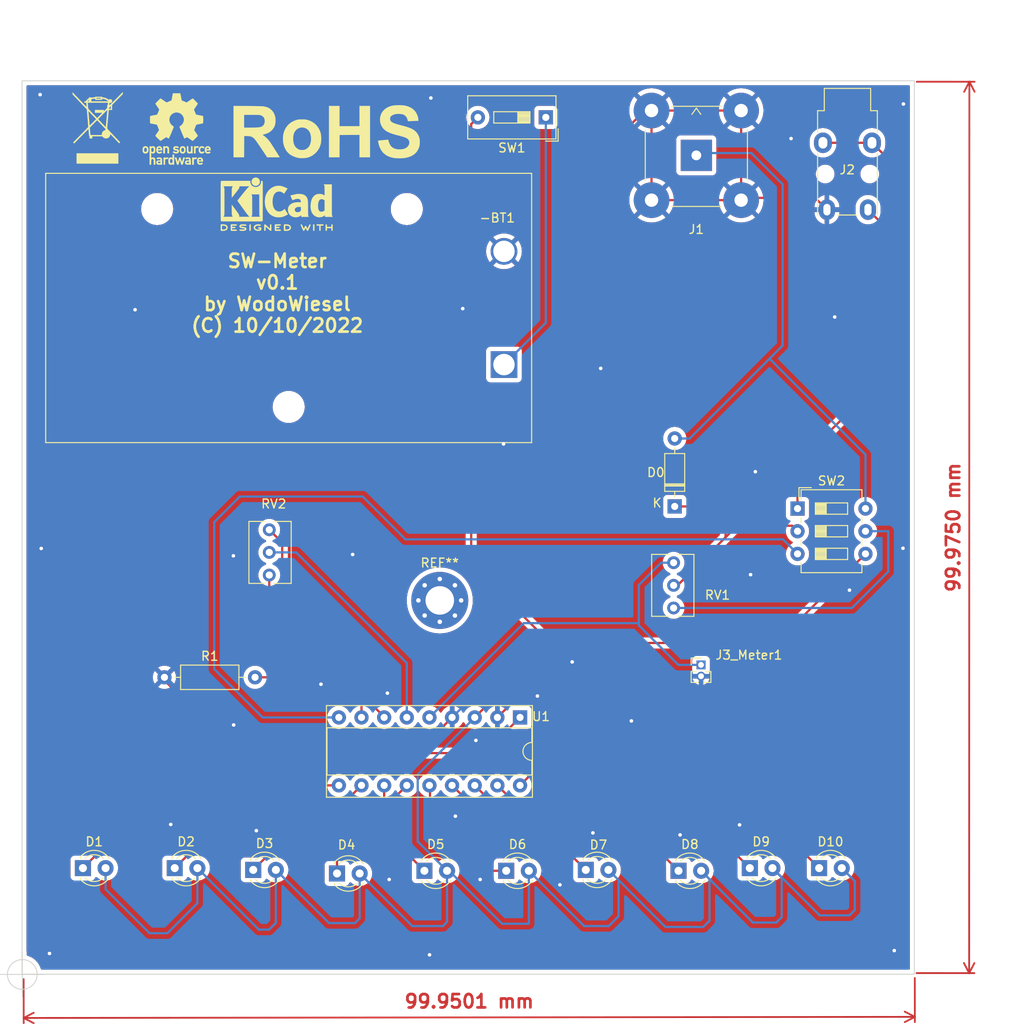
<source format=kicad_pcb>
(kicad_pcb (version 20211014) (generator pcbnew)
  (title_block (title "SW-Meter") (date "2022-10-08") (rev "0.2") (company "(C) WodoWiesel") (comment 1 "SW-Meter"))
  (layers (0 "F.Cu" signal) (31 "B.Cu" signal) (34 "B.Paste" user) (35 "F.Paste" user) (36 "B.SilkS" user "B.Silkscreen") (37 "F.SilkS" user "F.Silkscreen") (38 "B.Mask" user) (39 "F.Mask" user) (44 "Edge.Cuts" user))
  (net 0 "")
  (net 1 "+9V")
  (net 2 "GND")
  (net 3 "Net-(D0-Pad1)")
  (net 4 "Net-(D2-Pad1)")
  (net 5 "Net-(D1-Pad1)")
  (net 6 "Net-(D3-Pad1)")
  (net 7 "Net-(D6-Pad1)")
  (net 8 "Net-(D7-Pad1)")
  (net 9 "Net-(D4-Pad1)")
  (net 10 "Net-(D5-Pad1)")
  (net 11 "Net-(D8-Pad1)")
  (net 12 "Net-(D9-Pad1)")
  (net 13 "Net-(D10-Pad1)")
  (net 14 "Net-(J3_Meter1-Pad1)")
  (net 15 "Net-(R1-Pad2)")
  (net 16 "Net-(RV1-Pad1)")
  (net 17 "Net-(RV2-Pad1)")
  (net 18 "Net-(RV2-Pad2)")
  (net 19 "Net-(SW2-Pad3)")
  (net 20 "Net-(D0-Pad2)")
  (net 21 "Net-(D1-Pad2)")
  (net 22 "Net-(J2-PadR)")
  (footprint "Battery:BatteryHolder_Eagle_12BH611-GR" (layer "F.Cu") (at 152.45 70.825)
    (fp_text reference "-BT1" (at -0.75 -16.45) (layer "F.SilkS"))
    (fp_text value "Battery_Cell")
    (pad "" np_thru_hole circle (at -10.9 -17.45) (size 2.6 2.6) (drill 2.6) (layers F&B.Cu))
    (pad "" np_thru_hole circle (at -38.9 -17.45) (size 2.6 2.6) (drill 2.6) (layers F&B.Cu))
    (pad "" np_thru_hole circle (at -24.15 4.75) (size 2.6 2.6) (drill 2.6) (layers F&B.Cu))
    (pad "1" thru_hole rect (at 0 0) (size 3 3) (drill 2.4) (layers *.Cu *.Mask) (net 1 "+9V"))
    (pad "2" thru_hole circle (at 0 -12.7) (size 3 3) (drill 2.4) (layers *.Cu *.Mask) (net 2 "GND"))
  )
  (footprint "LED_THT:LED_D3.0mm_Clear" (layer "F.Cu") (at 133.725 127.9)
    (fp_text reference "D4" (at 1.075 -3.2) (layer "F.SilkS"))
    (fp_text value "LED")
    (pad "1" thru_hole rect (at 0 0) (size 1.8 1.8) (drill 0.9) (layers *.Cu *.Mask) (net 9 "Net-(D4-Pad1)"))
    (pad "2" thru_hole circle (at 2.54 0) (size 1.8 1.8) (drill 0.9) (layers *.Cu *.Mask) (net 21 "Net-(D1-Pad2)"))
  )
  (footprint "Potentiometer_THT:Potentiometer_Bourns_3266Y_Vertical" (layer "F.Cu") (at 171.475 98.125 -90)
    (fp_text reference "RV1" (at -1.45 -4.925) (layer "F.SilkS"))
    (fp_text value "R_Potentiometer_Trim")
    (pad "1" thru_hole circle (at 0 0 270) (size 1.44 1.44) (drill 0.8) (layers *.Cu *.Mask) (net 16 "Net-(RV1-Pad1)"))
    (pad "2" thru_hole circle (at -2.54 0 270) (size 1.44 1.44) (drill 0.8) (layers *.Cu *.Mask) (net 3 "Net-(D0-Pad1)"))
    (pad "3" thru_hole circle (at -5.08 0 270) (size 1.44 1.44) (drill 0.8) (layers *.Cu *.Mask) (net 14 "Net-(J3_Meter1-Pad1)"))
  )
  (footprint "Connector_Audio:Jack_3.5mm_Lumberg_1503_07_Horizontal" (layer "F.Cu") (at 188.225 45.95)
    (fp_text reference "J2" (at 2.725 3.025 unlocked) (layer "F.SilkS"))
    (fp_text value "3.5mm AudioPlug")
    (pad "" np_thru_hole circle (at 5.25 3.5) (size 1.1 1.1) (drill 1.1) (layers F&B.Cu *.Mask))
    (pad "" np_thru_hole circle (at 0.25 3.5) (size 1.1 1.1) (drill 1.1) (layers F&B.Cu *.Mask))
    (pad "R" thru_hole oval (at 5.05 7.5) (size 1.8 2.3) (drill oval 0.8 1.3) (layers *.Cu *.Mask) (net 22 "Net-(J2-PadR)"))
    (pad "S" thru_hole oval (at 0.45 7.5) (size 1.8 2.3) (drill oval 0.8 1.3) (layers *.Cu *.Mask) (net 2 "GND"))
    (pad "T" thru_hole oval (at 0 0) (size 2 2.3) (drill oval 1 1.3) (layers *.Cu *.Mask) (net 22 "Net-(J2-PadR)"))
    (pad "T" thru_hole oval (at 5.5 0) (size 2 2.3) (drill oval 1 1.3) (layers *.Cu *.Mask) (net 22 "Net-(J2-PadR)"))
  )
  (footprint "Symbol:WEEE-Logo_5.6x8mm_SilkScreen" (layer "F.Cu") (at 106.875 44.275)
    (fp_text reference "REF**" hide)
    (fp_text value "WEEE-Logo_5.6x8mm_SilkScreen" hide)
  )
  (footprint "Diode_THT:D_DO-35_SOD27_P7.62mm_Horizontal" (layer "F.Cu") (at 171.6 86.735 90)
    (fp_text reference "D0" (at 3.81 -2.12 180) (layer "F.SilkS"))
    (fp_text value "1N914")
    (fp_text user "K" (at 0.385 -1.975 180) (layer "F.SilkS"))
    (pad "1" thru_hole rect (at 0 0 90) (size 1.6 1.6) (drill 0.8) (layers *.Cu *.Mask) (net 3 "Net-(D0-Pad1)"))
    (pad "2" thru_hole oval (at 7.62 0 90) (size 1.6 1.6) (drill 0.8) (layers *.Cu *.Mask) (net 20 "Net-(D0-Pad2)"))
  )
  (footprint "LED_THT:LED_D3.0mm_Clear" (layer "F.Cu") (at 187.8 127.3)
    (fp_text reference "D10" (at 1.27 -2.96) (layer "F.SilkS"))
    (fp_text value "red")
    (pad "1" thru_hole rect (at 0 0) (size 1.8 1.8) (drill 0.9) (layers *.Cu *.Mask) (net 13 "Net-(D10-Pad1)"))
    (pad "2" thru_hole circle (at 2.54 0) (size 1.8 1.8) (drill 0.9) (layers *.Cu *.Mask) (net 21 "Net-(D1-Pad2)"))
  )
  (footprint "Button_Switch_THT:SW_DIP_SPSTx01_Slide_9.78x4.72mm_W7.62mm_P2.54mm" (layer "F.Cu") (at 157.1425 43.1 180)
    (fp_text reference "SW1" (at 3.81 -3.42) (layer "F.SilkS"))
    (fp_text value "SW_DIP_x01")
    (pad "1" thru_hole rect (at 0 0 180) (size 1.6 1.6) (drill 0.8) (layers *.Cu *.Mask) (net 1 "+9V"))
    (pad "2" thru_hole oval (at 7.62 0 180) (size 1.6 1.6) (drill 0.8) (layers *.Cu *.Mask) (net 21 "Net-(D1-Pad2)"))
  )
  (footprint "Symbol:KiCad-Logo2_5mm_SilkScreen" (layer "F.Cu") (at 126.95 52.825)
    (fp_text reference "REF**" hide)
    (fp_text value "KiCad-Logo2_5mm_SilkScreen" hide)
  )
  (footprint "LED_THT:LED_D3.0mm_Clear" (layer "F.Cu") (at 105.225 127.3)
    (fp_text reference "D1" (at 1.27 -2.96) (layer "F.SilkS"))
    (fp_text value "LED")
    (pad "1" thru_hole rect (at 0 0) (size 1.8 1.8) (drill 0.9) (layers *.Cu *.Mask) (net 5 "Net-(D1-Pad1)"))
    (pad "2" thru_hole circle (at 2.54 0) (size 1.8 1.8) (drill 0.9) (layers *.Cu *.Mask) (net 21 "Net-(D1-Pad2)"))
  )
  (footprint "LED_THT:LED_D3.0mm_Clear" (layer "F.Cu") (at 180.025 127.3)
    (fp_text reference "D9" (at 1.27 -2.96) (layer "F.SilkS"))
    (fp_text value "LED")
    (pad "1" thru_hole rect (at 0 0) (size 1.8 1.8) (drill 0.9) (layers *.Cu *.Mask) (net 12 "Net-(D9-Pad1)"))
    (pad "2" thru_hole circle (at 2.54 0) (size 1.8 1.8) (drill 0.9) (layers *.Cu *.Mask) (net 21 "Net-(D1-Pad2)"))
  )
  (footprint "LED_THT:LED_D3.0mm_Clear" (layer "F.Cu") (at 143.525 127.6)
    (fp_text reference "D5" (at 1.27 -2.96) (layer "F.SilkS"))
    (fp_text value "LED")
    (pad "1" thru_hole rect (at 0 0) (size 1.8 1.8) (drill 0.9) (layers *.Cu *.Mask) (net 10 "Net-(D5-Pad1)"))
    (pad "2" thru_hole circle (at 2.54 0) (size 1.8 1.8) (drill 0.9) (layers *.Cu *.Mask) (net 21 "Net-(D1-Pad2)"))
  )
  (footprint "Button_Switch_THT:SW_DIP_SPSTx03_Slide_6.7x9.18mm_W7.62mm_P2.54mm_LowProfile" (layer "F.Cu") (at 185.375 86.975)
    (fp_text reference "SW2" (at 3.81 -3.11) (layer "F.SilkS"))
    (fp_text value "SW_DIP_x03")
    (pad "1" thru_hole rect (at 0 0) (size 1.6 1.6) (drill 0.8) (layers *.Cu *.Mask) (net 22 "Net-(J2-PadR)"))
    (pad "2" thru_hole oval (at 0 2.54) (size 1.6 1.6) (drill 0.8) (layers *.Cu *.Mask) (net 3 "Net-(D0-Pad1)"))
    (pad "3" thru_hole oval (at 0 5.08) (size 1.6 1.6) (drill 0.8) (layers *.Cu *.Mask) (net 19 "Net-(SW2-Pad3)"))
    (pad "4" thru_hole oval (at 7.62 5.08) (size 1.6 1.6) (drill 0.8) (layers *.Cu *.Mask) (net 21 "Net-(D1-Pad2)"))
    (pad "5" thru_hole oval (at 7.62 2.54) (size 1.6 1.6) (drill 0.8) (layers *.Cu *.Mask) (net 16 "Net-(RV1-Pad1)"))
    (pad "6" thru_hole oval (at 7.62 0) (size 1.6 1.6) (drill 0.8) (layers *.Cu *.Mask) (net 20 "Net-(D0-Pad2)"))
  )
  (footprint "LED_THT:LED_D3.0mm_Clear" (layer "F.Cu") (at 161.625 127.5)
    (fp_text reference "D7" (at 1.425 -2.8) (layer "F.SilkS"))
    (fp_text value "LED")
    (pad "1" thru_hole rect (at 0 0) (size 1.8 1.8) (drill 0.9) (layers *.Cu *.Mask) (net 8 "Net-(D7-Pad1)"))
    (pad "2" thru_hole circle (at 2.54 0) (size 1.8 1.8) (drill 0.9) (layers *.Cu *.Mask) (net 21 "Net-(D1-Pad2)"))
  )
  (footprint "Connector_PinHeader_1.27mm:PinHeader_1x02_P1.27mm_Vertical" (layer "F.Cu") (at 174.55 104.505)
    (fp_text reference "J3_Meter1" (at 5.375 -1.105) (layer "F.SilkS"))
    (fp_text value "Conn_01x02_Male")
    (pad "1" thru_hole rect (at 0 0) (size 1 1) (drill 0.65) (layers *.Cu *.Mask) (net 14 "Net-(J3_Meter1-Pad1)"))
    (pad "2" thru_hole oval (at 0 1.27) (size 1 1) (drill 0.65) (layers *.Cu *.Mask) (net 2 "GND"))
  )
  (footprint "MountingHole:MountingHole_3.2mm_M3_Pad_Via" (layer "F.Cu") (at 145.25 97.275)
    (fp_text reference "REF**" (at 0 -4.2) (layer "F.SilkS"))
    (fp_text value "MountingHole_3.2mm_M3_Pad_Via")
    (pad "1" thru_hole circle (at -2.4 0) (size 0.8 0.8) (drill 0.5) (layers *.Cu *.Mask))
    (pad "1" thru_hole circle (at 1.697056 1.697056) (size 0.8 0.8) (drill 0.5) (layers *.Cu *.Mask))
    (pad "1" thru_hole circle (at 2.4 0) (size 0.8 0.8) (drill 0.5) (layers *.Cu *.Mask))
    (pad "1" thru_hole circle (at 1.697056 -1.697056) (size 0.8 0.8) (drill 0.5) (layers *.Cu *.Mask))
    (pad "1" thru_hole circle (at 0 0) (size 6.4 6.4) (drill 3.2) (layers *.Cu *.Mask))
    (pad "1" thru_hole circle (at -1.697056 -1.697056) (size 0.8 0.8) (drill 0.5) (layers *.Cu *.Mask))
    (pad "1" thru_hole circle (at 0 -2.4) (size 0.8 0.8) (drill 0.5) (layers *.Cu *.Mask))
    (pad "1" thru_hole circle (at -1.697056 1.697056) (size 0.8 0.8) (drill 0.5) (layers *.Cu *.Mask))
    (pad "1" thru_hole circle (at 0 2.4) (size 0.8 0.8) (drill 0.5) (layers *.Cu *.Mask))
  )
  (footprint "Resistor_THT:R_Axial_DIN0207_L6.3mm_D2.5mm_P10.16mm_Horizontal" (layer "F.Cu") (at 114.37 105.9)
    (fp_text reference "R1" (at 5.08 -2.37) (layer "F.SilkS"))
    (fp_text value "1K")
    (pad "1" thru_hole circle (at 0 0) (size 1.6 1.6) (drill 0.8) (layers *.Cu *.Mask) (net 2 "GND"))
    (pad "2" thru_hole oval (at 10.16 0) (size 1.6 1.6) (drill 0.8) (layers *.Cu *.Mask) (net 15 "Net-(R1-Pad2)"))
  )
  (footprint "Package_DIP:DIP-18_W7.62mm_Socket" (layer "F.Cu") (at 154.25 110.4 -90)
    (fp_text reference "U1" (at -0.1 -2.35 180) (layer "F.SilkS"))
    (fp_text value "LM3914N")
    (pad "1" thru_hole rect (at 0 0 270) (size 1.6 1.6) (drill 0.8) (layers *.Cu *.Mask) (net 5 "Net-(D1-Pad1)"))
    (pad "2" thru_hole oval (at 0 2.54 270) (size 1.6 1.6) (drill 0.8) (layers *.Cu *.Mask) (net 2 "GND"))
    (pad "3" thru_hole oval (at 0 5.08 270) (size 1.6 1.6) (drill 0.8) (layers *.Cu *.Mask) (net 21 "Net-(D1-Pad2)"))
    (pad "4" thru_hole oval (at 0 7.62 270) (size 1.6 1.6) (drill 0.8) (layers *.Cu *.Mask) (net 2 "GND"))
    (pad "5" thru_hole oval (at 0 10.16 270) (size 1.6 1.6) (drill 0.8) (layers *.Cu *.Mask) (net 14 "Net-(J3_Meter1-Pad1)"))
    (pad "6" thru_hole oval (at 0 12.7 270) (size 1.6 1.6) (drill 0.8) (layers *.Cu *.Mask) (net 18 "Net-(RV2-Pad2)"))
    (pad "7" thru_hole oval (at 0 15.24 270) (size 1.6 1.6) (drill 0.8) (layers *.Cu *.Mask) (net 17 "Net-(RV2-Pad1)"))
    (pad "8" thru_hole oval (at 0 17.78 270) (size 1.6 1.6) (drill 0.8) (layers *.Cu *.Mask) (net 15 "Net-(R1-Pad2)"))
    (pad "9" thru_hole oval (at 0 20.32 270) (size 1.6 1.6) (drill 0.8) (layers *.Cu *.Mask) (net 19 "Net-(SW2-Pad3)"))
    (pad "10" thru_hole oval (at 7.62 20.32 270) (size 1.6 1.6) (drill 0.8) (layers *.Cu *.Mask) (net 4 "Net-(D2-Pad1)"))
    (pad "11" thru_hole oval (at 7.62 17.78 270) (size 1.6 1.6) (drill 0.8) (layers *.Cu *.Mask) (net 6 "Net-(D3-Pad1)"))
    (pad "12" thru_hole oval (at 7.62 15.24 270) (size 1.6 1.6) (drill 0.8) (layers *.Cu *.Mask) (net 9 "Net-(D4-Pad1)"))
    (pad "13" thru_hole oval (at 7.62 12.7 270) (size 1.6 1.6) (drill 0.8) (layers *.Cu *.Mask) (net 10 "Net-(D5-Pad1)"))
    (pad "14" thru_hole oval (at 7.62 10.16 270) (size 1.6 1.6) (drill 0.8) (layers *.Cu *.Mask) (net 7 "Net-(D6-Pad1)"))
    (pad "15" thru_hole oval (at 7.62 7.62 270) (size 1.6 1.6) (drill 0.8) (layers *.Cu *.Mask) (net 8 "Net-(D7-Pad1)"))
    (pad "16" thru_hole oval (at 7.62 5.08 270) (size 1.6 1.6) (drill 0.8) (layers *.Cu *.Mask) (net 11 "Net-(D8-Pad1)"))
    (pad "17" thru_hole oval (at 7.62 2.54 270) (size 1.6 1.6) (drill 0.8) (layers *.Cu *.Mask) (net 12 "Net-(D9-Pad1)"))
    (pad "18" thru_hole oval (at 7.62 0 270) (size 1.6 1.6) (drill 0.8) (layers *.Cu *.Mask) (net 13 "Net-(D10-Pad1)"))
  )
  (footprint "LED_THT:LED_D3.0mm_Clear" (layer "F.Cu") (at 115.525 127.3)
    (fp_text reference "D2" (at 1.27 -2.96) (layer "F.SilkS"))
    (fp_text value "LED")
    (pad "1" thru_hole rect (at 0 0) (size 1.8 1.8) (drill 0.9) (layers *.Cu *.Mask) (net 4 "Net-(D2-Pad1)"))
    (pad "2" thru_hole circle (at 2.54 0) (size 1.8 1.8) (drill 0.9) (layers *.Cu *.Mask) (net 21 "Net-(D1-Pad2)"))
  )
  (footprint "Connector_Coaxial:BNC_TEConnectivity_1478035_Horizontal" (layer "F.Cu") (at 174.025 47.36)
    (fp_text reference "J1" (at 0 8.3) (layer "F.SilkS"))
    (fp_text value "BNC Conn_Coaxial")
    (pad "1" thru_hole rect (at 0 0) (size 3.5 3.5) (drill 1.1) (layers *.Cu *.Mask) (net 20 "Net-(D0-Pad2)"))
    (pad "2" thru_hole circle (at -5.025 5.025) (size 4 4) (drill 1.5) (layers *.Cu *.Mask) (net 2 "GND"))
    (pad "2" thru_hole circle (at 5.025 5.025) (size 4 4) (drill 1.5) (layers *.Cu *.Mask) (net 2 "GND"))
    (pad "2" thru_hole circle (at -5.025 -5.025) (size 4 4) (drill 1.5) (layers *.Cu *.Mask) (net 2 "GND"))
    (pad "2" thru_hole circle (at 5.025 -5.025) (size 4 4) (drill 1.5) (layers *.Cu *.Mask) (net 2 "GND"))
  )
  (footprint "Symbol:OSHW-Logo_7.5x8mm_SilkScreen" (layer "F.Cu") (at 115.725 44.4)
    (fp_text reference "REF**" hide)
    (fp_text value "OSHW-Logo_7.5x8mm_SilkScreen" hide)
  )
  (footprint "LED_THT:LED_D3.0mm_Clear" (layer "F.Cu") (at 124.325 127.5)
    (fp_text reference "D3" (at 1.27 -2.96) (layer "F.SilkS"))
    (fp_text value "LED")
    (pad "1" thru_hole rect (at 0 0) (size 1.8 1.8) (drill 0.9) (layers *.Cu *.Mask) (net 6 "Net-(D3-Pad1)"))
    (pad "2" thru_hole circle (at 2.54 0) (size 1.8 1.8) (drill 0.9) (layers *.Cu *.Mask) (net 21 "Net-(D1-Pad2)"))
  )
  (footprint "LED_THT:LED_D3.0mm_Clear" (layer "F.Cu") (at 172.025 127.6)
    (fp_text reference "D8" (at 1.27 -2.96) (layer "F.SilkS"))
    (fp_text value "LED")
    (pad "1" thru_hole rect (at 0 0) (size 1.8 1.8) (drill 0.9) (layers *.Cu *.Mask) (net 11 "Net-(D8-Pad1)"))
    (pad "2" thru_hole circle (at 2.54 0) (size 1.8 1.8) (drill 0.9) (layers *.Cu *.Mask) (net 21 "Net-(D1-Pad2)"))
  )
  (footprint "Potentiometer_THT:Potentiometer_Bourns_3266Y_Vertical" (layer "F.Cu") (at 126.125 89.35 90)
    (fp_text reference "RV2" (at 2.9 0.5) (layer "F.SilkS"))
    (fp_text value "4,7K")
    (pad "1" thru_hole circle (at 0 0 90) (size 1.44 1.44) (drill 0.8) (layers *.Cu *.Mask) (net 17 "Net-(RV2-Pad1)"))
    (pad "2" thru_hole circle (at -2.54 0 90) (size 1.44 1.44) (drill 0.8) (layers *.Cu *.Mask) (net 18 "Net-(RV2-Pad2)"))
    (pad "3" thru_hole circle (at -5.08 0 90) (size 1.44 1.44) (drill 0.8) (layers *.Cu *.Mask) (net 15 "Net-(R1-Pad2)"))
  )
  (footprint "Symbol:RoHS-Logo_6mm_SilkScreen" (layer "F.Cu") (at 132.575 44.7)
    (fp_text reference "REF**" hide)
    (fp_text value "RoHS-Logo_6mm_SilkScreen" hide)
  )
  (footprint "LED_THT:LED_D3.0mm_Clear" (layer "F.Cu") (at 152.7 127.6)
    (fp_text reference "D6" (at 1.27 -2.96) (layer "F.SilkS"))
    (fp_text value "LED")
    (pad "1" thru_hole rect (at 0 0) (size 1.8 1.8) (drill 0.9) (layers *.Cu *.Mask) (net 7 "Net-(D6-Pad1)"))
    (pad "2" thru_hole circle (at 2.54 0) (size 1.8 1.8) (drill 0.9) (layers *.Cu *.Mask) (net 21 "Net-(D1-Pad2)"))
  )
  (gr_rect (start 198.475 39) (end 98.4 139.2) (layer "Edge.Cuts") (width 0.1) (fill none))
  (gr_text "SW-Meter\nv0.1\nby WodoWiesel\n(C) 10/10/2022" (at 127.025 62.825) (layer "F.SilkS") (effects (font (size 1.5 1.5) (thickness 0.3))))
  (dimension (type aligned) (layer "F.Cu") (pts (xy 198.525 139.125) (xy 98.575 139.25)) (height -4.856499) (gr_text "99,9501 mm" (at 148.553823 142.243996 0.07165551481) (layer "F.Cu") (effects (font (size 1.5 1.5) (thickness 0.3)))) (format (units 3) (units_format 1) (precision 4)) (style (thickness 0.2) (arrow_length 1.27) (text_position_mode 0) (extension_height 0.58642) (extension_offset 0.5) keep_text_aligned))
  (dimension (type aligned) (layer "F.Cu") (pts (xy 198.225 139.075) (xy 198.25 39.1)) (height 6.4) (gr_text "99,9750 mm" (at 202.8375 89.08865 89.98567247) (layer "F.Cu") (effects (font (size 1.5 1.5) (thickness 0.3)))) (format (units 3) (units_format 1) (precision 4)) (style (thickness 0.2) (arrow_length 1.27) (text_position_mode 0) (extension_height 0.58642) (extension_offset 0.5) keep_text_aligned))
  (target plus (at 98.425 139.225) (size 5) (width 0.1) (layer "Edge.Cuts"))
  (segment (start 152.45 70.825) (end 157.1425 66.1325) (width 0.25) (layer "B.Cu") (net 1))
  (segment (start 157.1425 66.1325) (end 157.1425 43.1) (width 0.25) (layer "B.Cu") (net 1))
  (segment (start 144.155 112.875) (end 146.63 110.4) (width 0.25) (layer "F.Cu") (net 2))
  (segment (start 156.475 107.725) (end 156.475 105.875) (width 0.25) (layer "F.Cu") (net 2))
  (segment (start 168.5 42.075) (end 152.45 58.125) (width 0.25) (layer "F.Cu") (net 2))
  (segment (start 169.05 42.075) (end 168.5 42.075) (width 0.25) (layer "F.Cu") (net 2))
  (segment (start 174.55 105.775) (end 174.45 105.875) (width 0.25) (layer "F.Cu") (net 2))
  (segment (start 174.45 105.875) (end 156.235 105.875) (width 0.25) (layer "F.Cu") (net 2))
  (segment (start 179.05 52.385) (end 179.05 42.335) (width 0.25) (layer "F.Cu") (net 2))
  (segment (start 121 112.875) (end 144.155 112.875) (width 0.25) (layer "F.Cu") (net 2))
  (segment (start 114.37 106.245) (end 121 112.875) (width 0.25) (layer "F.Cu") (net 2))
  (segment (start 156.235 105.875) (end 151.71 110.4) (width 0.25) (layer "F.Cu") (net 2))
  (segment (start 169 42.335) (end 179.05 42.335) (width 0.25) (layer "F.Cu") (net 2))
  (segment (start 187.35 52.125) (end 188.675 53.45) (width 0.25) (layer "F.Cu") (net 2))
  (segment (start 114.37 105.9) (end 114.37 106.245) (width 0.25) (layer "F.Cu") (net 2))
  (segment (start 169 52.385) (end 169 42.335) (width 0.25) (layer "F.Cu") (net 2))
  (segment (start 169 52.385) (end 179.05 52.385) (width 0.25) (layer "F.Cu") (net 2))
  (segment (start 156.2 108) (end 156.475 107.725) (width 0.25) (layer "F.Cu") (net 2))
  (segment (start 179.1 52.125) (end 187.35 52.125) (width 0.25) (layer "F.Cu") (net 2))
  (via (at 144.1 137.025) (size 0.8) (drill 0.4) (layers "F.Cu" "B.Cu") (net 2))
  (via (at 178.875 122.45) (size 0.8) (drill 0.4) (layers "F.Cu" "B.Cu") (net 2))
  (via (at 147 121.475) (size 0.8) (drill 0.4) (layers "F.Cu" "B.Cu") (net 2))
  (via (at 166.738262 110.790728) (size 0.8) (drill 0.4) (layers "F.Cu" "B.Cu") (net 2))
  (via (at 149.775 128.575) (size 0.8) (drill 0.4) (layers "F.Cu" "B.Cu") (net 2))
  (via (at 124.675 123.1) (size 0.8) (drill 0.4) (layers "F.Cu" "B.Cu") (net 2))
  (via (at 131.925 106.675) (size 0.8) (drill 0.4) (layers "F.Cu" "B.Cu") (net 2))
  (via (at 189.545456 65.487963) (size 0.8) (drill 0.4) (layers "F.Cu" "B.Cu") (net 2))
  (via (at 196.225 136.55) (size 0.8) (drill 0.4) (layers "F.Cu" "B.Cu") (net 2))
  (via (at 160.1 104.175) (size 0.8) (drill 0.4) (layers "F.Cu" "B.Cu") (net 2))
  (via (at 197.25 41.6) (size 0.8) (drill 0.4) (layers "F.Cu" "B.Cu") (net 2))
  (via (at 135.475 92.125) (size 0.8) (drill 0.4) (layers "F.Cu" "B.Cu") (net 2))
  (via (at 180.109834 94.388513) (size 0.8) (drill 0.4) (layers "F.Cu" "B.Cu") (net 2))
  (via (at 156.2 108) (size 0.8) (drill 0.4) (layers "F.Cu" "B.Cu") (net 2))
  (via (at 101.475 136.875) (size 0.8) (drill 0.4) (layers "F.Cu" "B.Cu") (net 2))
  (via (at 144.25 40.925) (size 0.8) (drill 0.4) (layers "F.Cu" "B.Cu") (net 2))
  (via (at 184.65 45.475) (size 0.8) (drill 0.4) (layers "F.Cu" "B.Cu") (net 2))
  (via (at 147.825 64.55) (size 0.8) (drill 0.4) (layers "F.Cu" "B.Cu") (net 2))
  (via (at 152.4 79.725) (size 0.8) (drill 0.4) (layers "F.Cu" "B.Cu") (net 2))
  (via (at 163.3 71.25) (size 0.8) (drill 0.4) (layers "F.Cu" "B.Cu") (net 2))
  (via (at 158.725 129.175) (size 0.8) (drill 0.4) (layers "F.Cu" "B.Cu") (net 2))
  (via (at 139.375 107.675) (size 0.8) (drill 0.4) (layers "F.Cu" "B.Cu") (net 2))
  (via (at 115.075 122.4) (size 0.8) (drill 0.4) (layers "F.Cu" "B.Cu") (net 2))
  (via (at 122.132544 111.244063) (size 0.8) (drill 0.4) (layers "F.Cu" "B.Cu") (net 2))
  (via (at 162.425 123.35) (size 0.8) (drill 0.4) (layers "F.Cu" "B.Cu") (net 2))
  (via (at 139.575 128.575) (size 0.8) (drill 0.4) (layers "F.Cu" "B.Cu") (net 2))
  (via (at 191.2 96.125) (size 0.8) (drill 0.4) (layers "F.Cu" "B.Cu") (net 2))
  (via (at 172.2 123.575) (size 0.8) (drill 0.4) (layers "F.Cu" "B.Cu") (net 2))
  (via (at 100.425 40.55) (size 0.8) (drill 0.4) (layers "F.Cu" "B.Cu") (net 2))
  (via (at 122.1 92.275) (size 0.8) (drill 0.4) (layers "F.Cu" "B.Cu") (net 2))
  (via (at 180.644719 82.839906) (size 0.8) (drill 0.4) (layers "F.Cu" "B.Cu") (net 2))
  (via (at 149.3 112.975) (size 0.8) (drill 0.4) (layers "F.Cu" "B.Cu") (net 2))
  (via (at 111.075 64.675) (size 0.8) (drill 0.4) (layers "F.Cu" "B.Cu") (net 2))
  (via (at 197.2 91.425) (size 0.8) (drill 0.4) (layers "F.Cu" "B.Cu") (net 2))
  (via (at 100.55 91.45) (size 0.8) (drill 0.4) (layers "F.Cu" "B.Cu") (net 2))
  (segment (start 150.43 106.6) (end 150.5 106.6) (width 0.25) (layer "B.Cu") (net 2))
  (segment (start 150.5 106.6) (end 151.71 107.81) (width 0.25) (layer "B.Cu") (net 2))
  (segment (start 151.71 107.81) (end 151.71 110.4) (width 0.25) (layer "B.Cu") (net 2))
  (segment (start 146.63 110.4) (end 150.43 106.6) (width 0.25) (layer "B.Cu") (net 2))
  (segment (start 171.915 95.585) (end 177.3 90.2) (width 0.25) (layer "F.Cu") (net 3))
  (segment (start 178.6 88.9) (end 184.76 88.9) (width 0.25) (layer "F.Cu") (net 3))
  (segment (start 177.3 87.95) (end 177.3 90.2) (width 0.25) (layer "F.Cu") (net 3))
  (segment (start 171.6 86.735) (end 176.085 86.735) (width 0.25) (layer "F.Cu") (net 3))
  (segment (start 177.3 90.2) (end 178.6 88.9) (width 0.25) (layer "F.Cu") (net 3))
  (segment (start 171.475 95.585) (end 171.915 95.585) (width 0.25) (layer "F.Cu") (net 3))
  (segment (start 184.76 88.9) (end 185.375 89.515) (width 0.25) (layer "F.Cu") (net 3))
  (segment (start 176.085 86.735) (end 177.3 87.95) (width 0.25) (layer "F.Cu") (net 3))
  (segment (start 115.525 127.3) (end 124.805 118.02) (width 0.25) (layer "F.Cu") (net 4))
  (segment (start 124.805 118.02) (end 133.93 118.02) (width 0.25) (layer "F.Cu") (net 4))
  (segment (start 118.125 114.4) (end 150.25 114.4) (width 0.25) (layer "F.Cu") (net 5))
  (segment (start 105.225 127.3) (end 118.125 114.4) (width 0.25) (layer "F.Cu") (net 5))
  (segment (start 150.25 114.4) (end 154.25 110.4) (width 0.25) (layer "F.Cu") (net 5))
  (segment (start 124.325 127.5) (end 131.375 120.45) (width 0.25) (layer "F.Cu") (net 6))
  (segment (start 134.04 120.45) (end 136.47 118.02) (width 0.25) (layer "F.Cu") (net 6))
  (segment (start 131.375 120.45) (end 134.04 120.45) (width 0.25) (layer "F.Cu") (net 6))
  (segment (start 152.7 127.6) (end 150.7 127.6) (width 0.25) (layer "F.Cu") (net 7))
  (segment (start 150.7 127.6) (end 144.15 121.05) (width 0.25) (layer "F.Cu") (net 7))
  (segment (start 144.15 118.08) (end 144.09 118.02) (width 0.25) (layer "F.Cu") (net 7))
  (segment (start 144.15 121.05) (end 144.15 118.08) (width 0.25) (layer "F.Cu") (net 7))
  (segment (start 158.45 124.325) (end 152.935 124.325) (width 0.25) (layer "F.Cu") (net 8))
  (segment (start 161.625 127.5) (end 158.45 124.325) (width 0.25) (layer "F.Cu") (net 8))
  (segment (start 152.935 124.325) (end 146.63 118.02) (width 0.25) (layer "F.Cu") (net 8))
  (segment (start 133.725 124.725) (end 139.01 119.44) (width 0.25) (layer "F.Cu") (net 9))
  (segment (start 133.725 127.9) (end 133.725 124.725) (width 0.25) (layer "F.Cu") (net 9))
  (segment (start 139.01 119.44) (end 139.01 118.02) (width 0.25) (layer "F.Cu") (net 9))
  (segment (start 140.3 124.375) (end 140.3 119.27) (width 0.25) (layer "F.Cu") (net 10))
  (segment (start 140.3 119.27) (end 141.55 118.02) (width 0.25) (layer "F.Cu") (net 10))
  (segment (start 143.525 127.6) (end 140.3 124.375) (width 0.25) (layer "F.Cu") (net 10))
  (segment (start 172.025 127.6) (end 166.275 121.85) (width 0.25) (layer "F.Cu") (net 11))
  (segment (start 166.275 121.85) (end 153 121.85) (width 0.25) (layer "F.Cu") (net 11))
  (segment (start 153 121.85) (end 149.17 118.02) (width 0.25) (layer "F.Cu") (net 11))
  (segment (start 180.025 127.3) (end 172.375 119.65) (width 0.25) (layer "F.Cu") (net 12))
  (segment (start 172.375 119.65) (end 153.34 119.65) (width 0.25) (layer "F.Cu") (net 12))
  (segment (start 153.34 119.65) (end 151.71 118.02) (width 0.25) (layer "F.Cu") (net 12))
  (segment (start 187.8 127.3) (end 176.75 116.25) (width 0.25) (layer "F.Cu") (net 13))
  (segment (start 156.02 116.25) (end 154.25 118.02) (width 0.25) (layer "F.Cu") (net 13))
  (segment (start 176.75 116.25) (end 156.02 116.25) (width 0.25) (layer "F.Cu") (net 13))
  (segment (start 167.525 99.825) (end 154.665 99.825) (width 0.25) (layer "B.Cu") (net 14))
  (segment (start 172.005 104.505) (end 167.575 100.075) (width 0.25) (layer "B.Cu") (net 14))
  (segment (start 154.665 99.825) (end 144.09 110.4) (width 0.25) (layer "B.Cu") (net 14))
  (segment (start 167.575 95.55) (end 170.08 93.045) (width 0.25) (layer "B.Cu") (net 14))
  (segment (start 167.575 100.075) (end 167.575 99.875) (width 0.25) (layer "B.Cu") (net 14))
  (segment (start 167.575 99.875) (end 167.525 99.825) (width 0.25) (layer "B.Cu") (net 14))
  (segment (start 174.55 104.505) (end 172.005 104.505) (width 0.25) (layer "B.Cu") (net 14))
  (segment (start 170.08 93.045) (end 171.475 93.045) (width 0.25) (layer "B.Cu") (net 14))
  (segment (start 167.575 99.875) (end 167.575 95.55) (width 0.25) (layer "B.Cu") (net 14))
  (segment (start 136.47 109.045) (end 136.47 110.4) (width 0.25) (layer "F.Cu") (net 15))
  (segment (start 126.33 105.9) (end 129.15 103.08) (width 0.25) (layer "F.Cu") (net 15))
  (segment (start 124.53 105.9) (end 126.33 105.9) (width 0.25) (layer "F.Cu") (net 15))
  (segment (start 126.125 99.025) (end 126.125 94.43) (width 0.25) (layer "F.Cu") (net 15))
  (segment (start 129.15 103.08) (end 129.15 102.05) (width 0.25) (layer "F.Cu") (net 15))
  (segment (start 130.505 103.08) (end 136.47 109.045) (width 0.25) (layer "F.Cu") (net 15))
  (segment (start 129.15 103.08) (end 130.505 103.08) (width 0.25) (layer "F.Cu") (net 15))
  (segment (start 129.15 102.05) (end 126.125 99.025) (width 0.25) (layer "F.Cu") (net 15))
  (segment (start 191.475 98.125) (end 195.55 94.05) (width 0.25) (layer "B.Cu") (net 16))
  (segment (start 195.55 89.515) (end 192.995 89.515) (width 0.25) (layer "B.Cu") (net 16))
  (segment (start 171.475 98.125) (end 191.475 98.125) (width 0.25) (layer "B.Cu") (net 16))
  (segment (start 195.55 94.05) (end 195.55 89.515) (width 0.25) (layer "B.Cu") (net 16))
  (segment (start 127.575 98.9) (end 127.575 90.8) (width 0.25) (layer "F.Cu") (net 17))
  (segment (start 138.692142 110.082142) (end 138.692142 110.017142) (width 0.25) (layer "F.Cu") (net 17))
  (segment (start 138.692142 110.017142) (end 127.575 98.9) (width 0.25) (layer "F.Cu") (net 17))
  (segment (start 127.575 90.8) (end 126.125 89.35) (width 0.25) (layer "F.Cu") (net 17))
  (segment (start 126.125 91.89) (end 129.14 91.89) (width 0.25) (layer "B.Cu") (net 18))
  (segment (start 129.14 91.89) (end 141.55 104.3) (width 0.25) (layer "B.Cu") (net 18))
  (segment (start 141.55 104.3) (end 141.55 110.4) (width 0.25) (layer "B.Cu") (net 18))
  (segment (start 141.4 90.425) (end 136.6 85.625) (width 0.25) (layer "B.Cu") (net 19))
  (segment (start 119.95 104.975) (end 125.375 110.4) (width 0.25) (layer "B.Cu") (net 19))
  (segment (start 119.95 88.5) (end 119.95 104.975) (width 0.25) (layer "B.Cu") (net 19))
  (segment (start 183.745 90.425) (end 141.4 90.425) (width 0.25) (layer "B.Cu") (net 19))
  (segment (start 122.825 85.625) (end 119.95 88.5) (width 0.25) (layer "B.Cu") (net 19))
  (segment (start 125.375 110.4) (end 133.93 110.4) (width 0.25) (layer "B.Cu") (net 19))
  (segment (start 136.6 85.625) (end 122.825 85.625) (width 0.25) (layer "B.Cu") (net 19))
  (segment (start 185.375 92.055) (end 183.745 90.425) (width 0.25) (layer "B.Cu") (net 19))
  (segment (start 192.995 80.92) (end 192.995 86.975) (width 0.25) (layer "B.Cu") (net 20))
  (segment (start 183.7 68.69) (end 183.7 50.6) (width 0.25) (layer "B.Cu") (net 20))
  (segment (start 183.7 50.6) (end 180.2 47.1) (width 0.25) (layer "B.Cu") (net 20))
  (segment (start 173.275 79.115) (end 182.2325 70.1575) (width 0.25) (layer "B.Cu") (net 20))
  (segment (start 171.6 79.115) (end 173.275 79.115) (width 0.25) (layer "B.Cu") (net 20))
  (segment (start 174.075 47.1) (end 174 47.175) (width 0.25) (layer "B.Cu") (net 20))
  (segment (start 182.2325 70.1575) (end 192.995 80.92) (width 0.25) (layer "B.Cu") (net 20))
  (segment (start 180.2 47.1) (end 174.075 47.1) (width 0.25) (layer "B.Cu") (net 20))
  (segment (start 182.2325 70.1575) (end 183.7 68.69) (width 0.25) (layer "B.Cu") (net 20))
  (segment (start 157.52 102.05) (end 149.17 110.4) (width 0.25) (layer "F.Cu") (net 21))
  (segment (start 157.625 102.05) (end 157.52 102.05) (width 0.25) (layer "F.Cu") (net 21))
  (segment (start 192.995 92.055) (end 183 102.05) (width 0.25) (layer "F.Cu") (net 21))
  (segment (start 149.5225 43.1) (end 148.775 43.8475) (width 0.25) (layer "F.Cu") (net 21))
  (segment (start 148.775 93.2) (end 157.625 102.05) (width 0.25) (layer "F.Cu") (net 21))
  (segment (start 148.775 43.8475) (end 148.775 93.2) (width 0.25) (layer "F.Cu") (net 21))
  (segment (start 183 102.05) (end 157.625 102.05) (width 0.25) (layer "F.Cu") (net 21))
  (segment (start 183 133.4) (end 183.6 132.8) (width 0.25) (layer "B.Cu") (net 21))
  (segment (start 135.735 133.465) (end 136.265 132.935) (width 0.25) (layer "B.Cu") (net 21))
  (segment (start 155.24 133.54) (end 155.24 127.6) (width 0.25) (layer "B.Cu") (net 21))
  (segment (start 146.065 127.6) (end 142.775 124.31) (width 0.25) (layer "B.Cu") (net 21))
  (segment (start 124.965 134.2) (end 126.1 134.2) (width 0.25) (layer "B.Cu") (net 21))
  (segment (start 183.6 132.8) (end 183.6 128.335) (width 0.25) (layer "B.Cu") (net 21))
  (segment (start 180.365 133.4) (end 183 133.4) (width 0.25) (layer "B.Cu") (net 21))
  (segment (start 183.6 128.335) (end 182.565 127.3) (width 0.25) (layer "B.Cu") (net 21))
  (segment (start 146.065 127.6) (end 146.3 127.6) (width 0.25) (layer "B.Cu") (net 21))
  (segment (start 146.065 133.335) (end 146.065 127.6) (width 0.25) (layer "B.Cu") (net 21))
  (segment (start 152.24 133.54) (end 155.24 133.54) (width 0.25) (layer "B.Cu") (net 21))
  (segment (start 142.775 116.795) (end 149.17 110.4) (width 0.25) (layer "B.Cu") (net 21))
  (segment (start 145.6 133.8) (end 146.065 133.335) (width 0.25) (layer "B.Cu") (net 21))
  (segment (start 136.265 127.9) (end 142.165 133.8) (width 0.25) (layer "B.Cu") (net 21))
  (segment (start 170.565 133.9) (end 174.8 133.9) (width 0.25) (layer "B.Cu") (net 21))
  (segment (start 191.8 128.76) (end 190.34 127.3) (width 0.25) (layer "B.Cu") (net 21))
  (segment (start 126.865 127.5) (end 132.83 133.465) (width 0.25) (layer "B.Cu") (net 21))
  (segment (start 142.165 133.8) (end 145.6 133.8) (width 0.25) (layer "B.Cu") (net 21))
  (segment (start 142.775 124.31) (end 142.775 116.795) (width 0.25) (layer "B.Cu") (net 21))
  (segment (start 164.2 133.8) (end 165.3 132.7) (width 0.25) (layer "B.Cu") (net 21))
  (segment (start 175.5 133.2) (end 175.5 128.535) (width 0.25) (layer "B.Cu") (net 21))
  (segment (start 174.8 133.9) (end 175.5 133.2) (width 0.25) (layer "B.Cu") (net 21))
  (segment (start 165.3 128.635) (end 170.565 133.9) (width 0.25) (layer "B.Cu") (net 21))
  (segment (start 161.44 133.8) (end 164.2 133.8) (width 0.25) (layer "B.Cu") (net 21))
  (segment (start 112.7 134.6) (end 114.7 134.6) (width 0.25) (layer "B.Cu") (net 21))
  (segment (start 191.8 132) (end 191.8 128.76) (width 0.25) (layer "B.Cu") (net 21))
  (segment (start 107.765 129.665) (end 112.7 134.6) (width 0.25) (layer "B.Cu") (net 21))
  (segment (start 132.83 133.465) (end 135.735 133.465) (width 0.25) (layer "B.Cu") (net 21))
  (segment (start 126.1 134.2) (end 126.865 133.435) (width 0.25) (layer "B.Cu") (net 21))
  (segment (start 191.2 132.6) (end 191.8 132) (width 0.25) (layer "B.Cu") (net 21))
  (segment (start 118.065 127.3) (end 124.965 134.2) (width 0.25) (layer "B.Cu") (net 21))
  (segment (start 155.24 127.6) (end 161.44 133.8) (width 0.25) (layer "B.Cu") (net 21))
  (segment (start 165.3 128.635) (end 164.165 127.5) (width 0.25) (layer "B.Cu") (net 21))
  (segment (start 175.5 128.535) (end 174.565 127.6) (width 0.25) (layer "B.Cu") (net 21))
  (segment (start 107.765 127.3) (end 107.765 129.665) (width 0.25) (layer "B.Cu") (net 21))
  (segment (start 136.265 132.935) (end 136.265 127.9) (width 0.25) (layer "B.Cu") (net 21))
  (segment (start 182.565 127.3) (end 187.865 132.6) (width 0.25) (layer "B.Cu") (net 21))
  (segment (start 114.7 134.6) (end 118.065 131.235) (width 0.25) (layer "B.Cu") (net 21))
  (segment (start 126.865 133.435) (end 126.865 127.5) (width 0.25) (layer "B.Cu") (net 21))
  (segment (start 146.3 127.6) (end 152.24 133.54) (width 0.25) (layer "B.Cu") (net 21))
  (segment (start 165.3 132.7) (end 165.3 128.635) (width 0.25) (layer "B.Cu") (net 21))
  (segment (start 187.865 132.6) (end 191.2 132.6) (width 0.25) (layer "B.Cu") (net 21))
  (segment (start 118.065 131.235) (end 118.065 127.3) (width 0.25) (layer "B.Cu") (net 21))
  (segment (start 174.565 127.6) (end 180.365 133.4) (width 0.25) (layer "B.Cu") (net 21))
  (segment (start 195.125 55.3) (end 193.275 53.45) (width 0.25) (layer "F.Cu") (net 22))
  (segment (start 195.125 72.175) (end 185.375 81.925) (width 0.25) (layer "F.Cu") (net 22))
  (segment (start 185.375 81.925) (end 185.375 86.975) (width 0.25) (layer "F.Cu") (net 22))
  (segment (start 188.225 45.95) (end 193.725 45.95) (width 0.25) (layer "F.Cu") (net 22))
  (segment (start 195.125 55.525) (end 195.125 55.3) (width 0.25) (layer "F.Cu") (net 22))
  (segment (start 193.725 45.95) (end 195.125 47.35) (width 0.25) (layer "F.Cu") (net 22))
  (segment (start 195.125 47.35) (end 195.125 55.525) (width 0.25) (layer "F.Cu") (net 22))
  (segment (start 195.125 55.525) (end 195.125 72.175) (width 0.25) (layer "F.Cu") (net 22))
  (zone (net 2) (net_name "GND") (layers F&B.Cu) (connect_pads (clearance 0.508)) (min_thickness 0.254) (fill yes (thermal_gap 0.508) (thermal_bridge_width 0.508))
    (polygon (pts (xy 198.575 39.025) (xy 198.45 139.2) (xy 98.328894 139.261538) (xy 98.203894 39.086538)))
  )
  (zone (net 2) (net_name "GND") (layers F&B.Cu) (connect_pads (clearance 0.508)) (min_thickness 0.254) (fill yes (thermal_gap 0.508) (thermal_bridge_width 0.508))
    (polygon (pts (xy 198.55 38.975) (xy 198.5 139.2) (xy 98.475 139.2) (xy 98.753582 38.987246)))
  )
)
</source>
